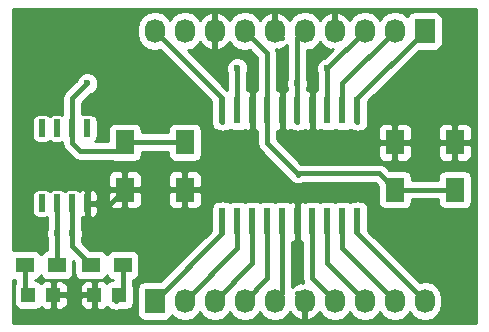
<source format=gbr>
G04 #@! TF.FileFunction,Copper,L1,Top,Signal*
%FSLAX46Y46*%
G04 Gerber Fmt 4.6, Leading zero omitted, Abs format (unit mm)*
G04 Created by KiCad (PCBNEW 4.0.1-stable) date Monday, February 29, 2016 'PMt' 01:12:21 PM*
%MOMM*%
G01*
G04 APERTURE LIST*
%ADD10C,0.150000*%
%ADD11R,1.600000X2.000000*%
%ADD12R,1.727200X2.032000*%
%ADD13O,1.727200X2.032000*%
%ADD14R,1.198880X1.198880*%
%ADD15R,1.500000X1.300000*%
%ADD16R,0.600000X2.200000*%
%ADD17R,0.600000X1.500000*%
%ADD18C,0.600000*%
%ADD19C,0.406400*%
%ADD20C,0.254000*%
G04 APERTURE END LIST*
D10*
D11*
X139700000Y-105950000D03*
X139700000Y-109950000D03*
X144780000Y-105950000D03*
X144780000Y-109950000D03*
X162560000Y-109950000D03*
X162560000Y-105950000D03*
X167640000Y-109950000D03*
X167640000Y-105950000D03*
D12*
X142240000Y-119380000D03*
D13*
X144780000Y-119380000D03*
X147320000Y-119380000D03*
X149860000Y-119380000D03*
X152400000Y-119380000D03*
X154940000Y-119380000D03*
X157480000Y-119380000D03*
X160020000Y-119380000D03*
X162560000Y-119380000D03*
X165100000Y-119380000D03*
D12*
X165100000Y-96520000D03*
D13*
X162560000Y-96520000D03*
X160020000Y-96520000D03*
X157480000Y-96520000D03*
X154940000Y-96520000D03*
X152400000Y-96520000D03*
X149860000Y-96520000D03*
X147320000Y-96520000D03*
X144780000Y-96520000D03*
X142240000Y-96520000D03*
D14*
X131538980Y-118872000D03*
X133637020Y-118872000D03*
X139225020Y-118872000D03*
X137126980Y-118872000D03*
D15*
X131238000Y-116332000D03*
X133938000Y-116332000D03*
X136826000Y-116332000D03*
X139526000Y-116332000D03*
D16*
X147955000Y-103250000D03*
X147955000Y-112650000D03*
X149225000Y-103250000D03*
X149225000Y-112650000D03*
X150495000Y-103250000D03*
X150495000Y-112650000D03*
X151765000Y-103250000D03*
X151765000Y-112650000D03*
X153035000Y-103250000D03*
X153035000Y-112650000D03*
X154305000Y-103250000D03*
X154305000Y-112650000D03*
X155575000Y-103250000D03*
X155575000Y-112650000D03*
X156845000Y-103250000D03*
X156845000Y-112650000D03*
X158115000Y-103250000D03*
X158115000Y-112650000D03*
X159385000Y-103250000D03*
X159385000Y-112650000D03*
D17*
X132715000Y-104775000D03*
X133985000Y-104775000D03*
X135255000Y-104775000D03*
X136525000Y-104775000D03*
X136525000Y-111125000D03*
X135255000Y-111125000D03*
X133985000Y-111125000D03*
X132715000Y-111125000D03*
D18*
X136525000Y-100965000D03*
X154305000Y-100965000D03*
X149225000Y-99695000D03*
X133985000Y-113665000D03*
X156845000Y-99695000D03*
X135255000Y-113665000D03*
D19*
X154305000Y-103250000D02*
X154305000Y-97155000D01*
X154305000Y-97155000D02*
X154940000Y-96520000D01*
X136525000Y-100965000D02*
X135255000Y-102235000D01*
X135255000Y-103505000D02*
X135255000Y-104775000D01*
X135255000Y-102235000D02*
X135255000Y-103505000D01*
X135255000Y-104775000D02*
X135255000Y-106045000D01*
X135255000Y-106045000D02*
X135890000Y-106680000D01*
X135890000Y-106680000D02*
X138970000Y-106680000D01*
X138970000Y-106680000D02*
X139700000Y-105950000D01*
X154305000Y-104200000D02*
X154305000Y-100965000D01*
X154305000Y-97155000D02*
X154940000Y-96520000D01*
X139700000Y-105950000D02*
X144780000Y-105950000D01*
X153035000Y-97155000D02*
X152400000Y-96520000D01*
X136525000Y-111125000D02*
X138525000Y-111125000D01*
X138525000Y-111125000D02*
X139700000Y-109950000D01*
X154305000Y-118745000D02*
X154940000Y-119380000D01*
X151765000Y-103250000D02*
X151765000Y-98425000D01*
X151765000Y-98425000D02*
X149860000Y-96520000D01*
X154305000Y-108585000D02*
X161195000Y-108585000D01*
X161195000Y-108585000D02*
X162560000Y-109950000D01*
X162560000Y-109950000D02*
X167640000Y-109950000D01*
X162465000Y-109855000D02*
X162560000Y-109950000D01*
X151765000Y-104200000D02*
X151765000Y-106045000D01*
X151765000Y-106045000D02*
X154305000Y-108585000D01*
X154305000Y-108585000D02*
X154400000Y-108680000D01*
X149225000Y-112650000D02*
X149225000Y-114935000D01*
X149225000Y-114935000D02*
X144780000Y-119380000D01*
X150495000Y-112650000D02*
X150495000Y-116205000D01*
X150495000Y-116205000D02*
X147320000Y-119380000D01*
X151765000Y-112650000D02*
X151765000Y-117475000D01*
X151765000Y-117475000D02*
X149860000Y-119380000D01*
X153035000Y-112650000D02*
X153035000Y-118745000D01*
X153035000Y-118745000D02*
X152400000Y-119380000D01*
X153035000Y-118745000D02*
X152400000Y-119380000D01*
X155575000Y-112650000D02*
X155575000Y-117475000D01*
X155575000Y-117475000D02*
X157480000Y-119380000D01*
X156845000Y-112650000D02*
X156845000Y-116205000D01*
X156845000Y-116205000D02*
X160020000Y-119380000D01*
X158115000Y-112650000D02*
X158115000Y-114935000D01*
X158115000Y-114935000D02*
X162560000Y-119380000D01*
X159385000Y-112650000D02*
X159385000Y-113665000D01*
X159385000Y-113665000D02*
X165100000Y-119380000D01*
X159385000Y-111700000D02*
X159385000Y-113665000D01*
X159385000Y-103250000D02*
X159385000Y-102235000D01*
X159385000Y-102235000D02*
X165100000Y-96520000D01*
X159385000Y-104200000D02*
X159385000Y-102235000D01*
X159385000Y-104200000D02*
X159385000Y-103505000D01*
X158115000Y-103250000D02*
X158115000Y-100965000D01*
X158115000Y-100965000D02*
X162560000Y-96520000D01*
X156845000Y-103250000D02*
X156845000Y-99695000D01*
X156845000Y-99695000D02*
X160020000Y-96520000D01*
X149225000Y-99695000D02*
X149225000Y-103250000D01*
X133985000Y-113665000D02*
X133985000Y-116285000D01*
X133985000Y-116285000D02*
X133938000Y-116332000D01*
X133985000Y-113665000D02*
X133985000Y-111125000D01*
X156845000Y-99695000D02*
X160020000Y-96520000D01*
X135255000Y-113665000D02*
X135255000Y-114761000D01*
X135255000Y-114761000D02*
X136826000Y-116332000D01*
X135255000Y-113665000D02*
X135255000Y-111125000D01*
X147955000Y-103250000D02*
X147955000Y-102235000D01*
X147955000Y-102235000D02*
X142240000Y-96520000D01*
X147955000Y-104200000D02*
X147955000Y-102235000D01*
X147955000Y-104200000D02*
X147955000Y-104140000D01*
X147955000Y-112650000D02*
X147955000Y-113665000D01*
X147955000Y-113665000D02*
X142240000Y-119380000D01*
X147955000Y-111700000D02*
X147955000Y-113665000D01*
X131238000Y-116332000D02*
X131238000Y-118571020D01*
X131238000Y-118571020D02*
X131538980Y-118872000D01*
X131238000Y-118571020D02*
X131538980Y-118872000D01*
X139526000Y-116332000D02*
X139526000Y-118571020D01*
X139526000Y-118571020D02*
X139225020Y-118872000D01*
X138872000Y-119280980D02*
X138971020Y-119380000D01*
D20*
G36*
X169470000Y-121210000D02*
X130250000Y-121210000D01*
X130250000Y-117581244D01*
X130399800Y-117611579D01*
X130399800Y-117937700D01*
X130343109Y-118020670D01*
X130292100Y-118272560D01*
X130292100Y-119471440D01*
X130336378Y-119706757D01*
X130475450Y-119922881D01*
X130687650Y-120067871D01*
X130939540Y-120118880D01*
X132138420Y-120118880D01*
X132373737Y-120074602D01*
X132589861Y-119935530D01*
X132595456Y-119927341D01*
X132677882Y-120009767D01*
X132911271Y-120106440D01*
X133351270Y-120106440D01*
X133510020Y-119947690D01*
X133510020Y-118999000D01*
X133764020Y-118999000D01*
X133764020Y-119947690D01*
X133922770Y-120106440D01*
X134362769Y-120106440D01*
X134596158Y-120009767D01*
X134774787Y-119831139D01*
X134871460Y-119597750D01*
X134871460Y-119157750D01*
X135892540Y-119157750D01*
X135892540Y-119597750D01*
X135989213Y-119831139D01*
X136167842Y-120009767D01*
X136401231Y-120106440D01*
X136841230Y-120106440D01*
X136999980Y-119947690D01*
X136999980Y-118999000D01*
X136051290Y-118999000D01*
X135892540Y-119157750D01*
X134871460Y-119157750D01*
X134712710Y-118999000D01*
X133764020Y-118999000D01*
X133510020Y-118999000D01*
X133490020Y-118999000D01*
X133490020Y-118745000D01*
X133510020Y-118745000D01*
X133510020Y-117796310D01*
X133764020Y-117796310D01*
X133764020Y-118745000D01*
X134712710Y-118745000D01*
X134871460Y-118586250D01*
X134871460Y-118146250D01*
X135892540Y-118146250D01*
X135892540Y-118586250D01*
X136051290Y-118745000D01*
X136999980Y-118745000D01*
X136999980Y-117796310D01*
X136841230Y-117637560D01*
X136401231Y-117637560D01*
X136167842Y-117734233D01*
X135989213Y-117912861D01*
X135892540Y-118146250D01*
X134871460Y-118146250D01*
X134774787Y-117912861D01*
X134596158Y-117734233D01*
X134362769Y-117637560D01*
X133922770Y-117637560D01*
X133764020Y-117796310D01*
X133510020Y-117796310D01*
X133351270Y-117637560D01*
X132911271Y-117637560D01*
X132677882Y-117734233D01*
X132595669Y-117816445D01*
X132390310Y-117676129D01*
X132138420Y-117625120D01*
X132076200Y-117625120D01*
X132076200Y-117612844D01*
X132223317Y-117585162D01*
X132439441Y-117446090D01*
X132584431Y-117233890D01*
X132587081Y-117220803D01*
X132723910Y-117433441D01*
X132936110Y-117578431D01*
X133188000Y-117629440D01*
X134688000Y-117629440D01*
X134923317Y-117585162D01*
X135139441Y-117446090D01*
X135284431Y-117233890D01*
X135335440Y-116982000D01*
X135335440Y-116026834D01*
X135428560Y-116119954D01*
X135428560Y-116982000D01*
X135472838Y-117217317D01*
X135611910Y-117433441D01*
X135824110Y-117578431D01*
X136076000Y-117629440D01*
X137576000Y-117629440D01*
X137811317Y-117585162D01*
X138027441Y-117446090D01*
X138172431Y-117233890D01*
X138175081Y-117220803D01*
X138311910Y-117433441D01*
X138524110Y-117578431D01*
X138687800Y-117611579D01*
X138687800Y-117625120D01*
X138625580Y-117625120D01*
X138390263Y-117669398D01*
X138174139Y-117808470D01*
X138168544Y-117816659D01*
X138086118Y-117734233D01*
X137852729Y-117637560D01*
X137412730Y-117637560D01*
X137253980Y-117796310D01*
X137253980Y-118745000D01*
X137273980Y-118745000D01*
X137273980Y-118999000D01*
X137253980Y-118999000D01*
X137253980Y-119947690D01*
X137412730Y-120106440D01*
X137852729Y-120106440D01*
X138086118Y-120009767D01*
X138168331Y-119927555D01*
X138373690Y-120067871D01*
X138584718Y-120110605D01*
X138650254Y-120154395D01*
X138971020Y-120218200D01*
X139291785Y-120154395D01*
X139344937Y-120118880D01*
X139824460Y-120118880D01*
X140059777Y-120074602D01*
X140275901Y-119935530D01*
X140420891Y-119723330D01*
X140471900Y-119471440D01*
X140471900Y-118364000D01*
X140728960Y-118364000D01*
X140728960Y-120396000D01*
X140773238Y-120631317D01*
X140912310Y-120847441D01*
X141124510Y-120992431D01*
X141376400Y-121043440D01*
X143103600Y-121043440D01*
X143338917Y-120999162D01*
X143555041Y-120860090D01*
X143700031Y-120647890D01*
X143708400Y-120606561D01*
X143720330Y-120624415D01*
X144206511Y-120949271D01*
X144780000Y-121063345D01*
X145353489Y-120949271D01*
X145839670Y-120624415D01*
X146050000Y-120309634D01*
X146260330Y-120624415D01*
X146746511Y-120949271D01*
X147320000Y-121063345D01*
X147893489Y-120949271D01*
X148379670Y-120624415D01*
X148590000Y-120309634D01*
X148800330Y-120624415D01*
X149286511Y-120949271D01*
X149860000Y-121063345D01*
X150433489Y-120949271D01*
X150919670Y-120624415D01*
X151130000Y-120309634D01*
X151340330Y-120624415D01*
X151826511Y-120949271D01*
X152400000Y-121063345D01*
X152973489Y-120949271D01*
X153459670Y-120624415D01*
X153666461Y-120314931D01*
X154037964Y-120730732D01*
X154565209Y-120984709D01*
X154580974Y-120987358D01*
X154813000Y-120866217D01*
X154813000Y-119507000D01*
X154793000Y-119507000D01*
X154793000Y-119253000D01*
X154813000Y-119253000D01*
X154813000Y-119233000D01*
X155067000Y-119233000D01*
X155067000Y-119253000D01*
X155087000Y-119253000D01*
X155087000Y-119507000D01*
X155067000Y-119507000D01*
X155067000Y-120866217D01*
X155299026Y-120987358D01*
X155314791Y-120984709D01*
X155842036Y-120730732D01*
X156213539Y-120314931D01*
X156420330Y-120624415D01*
X156906511Y-120949271D01*
X157480000Y-121063345D01*
X158053489Y-120949271D01*
X158539670Y-120624415D01*
X158750000Y-120309634D01*
X158960330Y-120624415D01*
X159446511Y-120949271D01*
X160020000Y-121063345D01*
X160593489Y-120949271D01*
X161079670Y-120624415D01*
X161290000Y-120309634D01*
X161500330Y-120624415D01*
X161986511Y-120949271D01*
X162560000Y-121063345D01*
X163133489Y-120949271D01*
X163619670Y-120624415D01*
X163830000Y-120309634D01*
X164040330Y-120624415D01*
X164526511Y-120949271D01*
X165100000Y-121063345D01*
X165673489Y-120949271D01*
X166159670Y-120624415D01*
X166484526Y-120138234D01*
X166598600Y-119564745D01*
X166598600Y-119195255D01*
X166484526Y-118621766D01*
X166159670Y-118135585D01*
X165673489Y-117810729D01*
X165100000Y-117696655D01*
X164684664Y-117779270D01*
X160332440Y-113427046D01*
X160332440Y-111550000D01*
X160288162Y-111314683D01*
X160149090Y-111098559D01*
X159936890Y-110953569D01*
X159685000Y-110902560D01*
X159589915Y-110902560D01*
X159385000Y-110861800D01*
X159180085Y-110902560D01*
X159085000Y-110902560D01*
X158849683Y-110946838D01*
X158750472Y-111010678D01*
X158666890Y-110953569D01*
X158415000Y-110902560D01*
X157815000Y-110902560D01*
X157579683Y-110946838D01*
X157480472Y-111010678D01*
X157396890Y-110953569D01*
X157145000Y-110902560D01*
X156545000Y-110902560D01*
X156309683Y-110946838D01*
X156210472Y-111010678D01*
X156126890Y-110953569D01*
X155875000Y-110902560D01*
X155275000Y-110902560D01*
X155039683Y-110946838D01*
X154949019Y-111005179D01*
X154731309Y-110915000D01*
X154590750Y-110915000D01*
X154432000Y-111073750D01*
X154432000Y-112523000D01*
X154452000Y-112523000D01*
X154452000Y-112777000D01*
X154432000Y-112777000D01*
X154432000Y-114226250D01*
X154590750Y-114385000D01*
X154731309Y-114385000D01*
X154736800Y-114382726D01*
X154736800Y-117475000D01*
X154800604Y-117795766D01*
X154812998Y-117814315D01*
X154812998Y-117893782D01*
X154580974Y-117772642D01*
X154565209Y-117775291D01*
X154037964Y-118029268D01*
X153873200Y-118213679D01*
X153873200Y-114382726D01*
X153878691Y-114385000D01*
X154019250Y-114385000D01*
X154178000Y-114226250D01*
X154178000Y-112777000D01*
X154158000Y-112777000D01*
X154158000Y-112523000D01*
X154178000Y-112523000D01*
X154178000Y-111073750D01*
X154019250Y-110915000D01*
X153878691Y-110915000D01*
X153661879Y-111004807D01*
X153586890Y-110953569D01*
X153335000Y-110902560D01*
X152735000Y-110902560D01*
X152499683Y-110946838D01*
X152400472Y-111010678D01*
X152316890Y-110953569D01*
X152065000Y-110902560D01*
X151465000Y-110902560D01*
X151229683Y-110946838D01*
X151130472Y-111010678D01*
X151046890Y-110953569D01*
X150795000Y-110902560D01*
X150195000Y-110902560D01*
X149959683Y-110946838D01*
X149860472Y-111010678D01*
X149776890Y-110953569D01*
X149525000Y-110902560D01*
X148925000Y-110902560D01*
X148689683Y-110946838D01*
X148590472Y-111010678D01*
X148506890Y-110953569D01*
X148255000Y-110902560D01*
X148159915Y-110902560D01*
X147955000Y-110861800D01*
X147750085Y-110902560D01*
X147655000Y-110902560D01*
X147419683Y-110946838D01*
X147203559Y-111085910D01*
X147058569Y-111298110D01*
X147007560Y-111550000D01*
X147007560Y-113427046D01*
X142718046Y-117716560D01*
X141376400Y-117716560D01*
X141141083Y-117760838D01*
X140924959Y-117899910D01*
X140779969Y-118112110D01*
X140728960Y-118364000D01*
X140471900Y-118364000D01*
X140471900Y-118272560D01*
X140427622Y-118037243D01*
X140364200Y-117938682D01*
X140364200Y-117612844D01*
X140511317Y-117585162D01*
X140727441Y-117446090D01*
X140872431Y-117233890D01*
X140923440Y-116982000D01*
X140923440Y-115682000D01*
X140879162Y-115446683D01*
X140740090Y-115230559D01*
X140527890Y-115085569D01*
X140276000Y-115034560D01*
X138776000Y-115034560D01*
X138540683Y-115078838D01*
X138324559Y-115217910D01*
X138179569Y-115430110D01*
X138176919Y-115443197D01*
X138040090Y-115230559D01*
X137827890Y-115085569D01*
X137576000Y-115034560D01*
X136713954Y-115034560D01*
X136093200Y-114413806D01*
X136093200Y-114084528D01*
X136189838Y-113851799D01*
X136190162Y-113479833D01*
X136093200Y-113245166D01*
X136093200Y-112310172D01*
X136144691Y-112331500D01*
X136239250Y-112331500D01*
X136398000Y-112172750D01*
X136398000Y-111252000D01*
X136652000Y-111252000D01*
X136652000Y-112172750D01*
X136810750Y-112331500D01*
X136905309Y-112331500D01*
X137138698Y-112234827D01*
X137317327Y-112056199D01*
X137414000Y-111822810D01*
X137414000Y-111410750D01*
X137255250Y-111252000D01*
X136652000Y-111252000D01*
X136398000Y-111252000D01*
X136378000Y-111252000D01*
X136378000Y-110998000D01*
X136398000Y-110998000D01*
X136398000Y-110077250D01*
X136652000Y-110077250D01*
X136652000Y-110998000D01*
X137255250Y-110998000D01*
X137414000Y-110839250D01*
X137414000Y-110427190D01*
X137334703Y-110235750D01*
X138265000Y-110235750D01*
X138265000Y-111076309D01*
X138361673Y-111309698D01*
X138540301Y-111488327D01*
X138773690Y-111585000D01*
X139414250Y-111585000D01*
X139573000Y-111426250D01*
X139573000Y-110077000D01*
X139827000Y-110077000D01*
X139827000Y-111426250D01*
X139985750Y-111585000D01*
X140626310Y-111585000D01*
X140859699Y-111488327D01*
X141038327Y-111309698D01*
X141135000Y-111076309D01*
X141135000Y-110235750D01*
X143345000Y-110235750D01*
X143345000Y-111076309D01*
X143441673Y-111309698D01*
X143620301Y-111488327D01*
X143853690Y-111585000D01*
X144494250Y-111585000D01*
X144653000Y-111426250D01*
X144653000Y-110077000D01*
X144907000Y-110077000D01*
X144907000Y-111426250D01*
X145065750Y-111585000D01*
X145706310Y-111585000D01*
X145939699Y-111488327D01*
X146118327Y-111309698D01*
X146215000Y-111076309D01*
X146215000Y-110235750D01*
X146056250Y-110077000D01*
X144907000Y-110077000D01*
X144653000Y-110077000D01*
X143503750Y-110077000D01*
X143345000Y-110235750D01*
X141135000Y-110235750D01*
X140976250Y-110077000D01*
X139827000Y-110077000D01*
X139573000Y-110077000D01*
X138423750Y-110077000D01*
X138265000Y-110235750D01*
X137334703Y-110235750D01*
X137317327Y-110193801D01*
X137138698Y-110015173D01*
X136905309Y-109918500D01*
X136810750Y-109918500D01*
X136652000Y-110077250D01*
X136398000Y-110077250D01*
X136239250Y-109918500D01*
X136144691Y-109918500D01*
X135911302Y-110015173D01*
X135884765Y-110041709D01*
X135760890Y-109957069D01*
X135509000Y-109906060D01*
X135001000Y-109906060D01*
X134765683Y-109950338D01*
X134619093Y-110044666D01*
X134490890Y-109957069D01*
X134239000Y-109906060D01*
X133731000Y-109906060D01*
X133495683Y-109950338D01*
X133349093Y-110044666D01*
X133220890Y-109957069D01*
X132969000Y-109906060D01*
X132461000Y-109906060D01*
X132225683Y-109950338D01*
X132009559Y-110089410D01*
X131864569Y-110301610D01*
X131813560Y-110553500D01*
X131813560Y-111696500D01*
X131857838Y-111931817D01*
X131996910Y-112147941D01*
X132209110Y-112292931D01*
X132461000Y-112343940D01*
X132969000Y-112343940D01*
X133146800Y-112310485D01*
X133146800Y-113245472D01*
X133050162Y-113478201D01*
X133049838Y-113850167D01*
X133146800Y-114084834D01*
X133146800Y-115042312D01*
X132952683Y-115078838D01*
X132736559Y-115217910D01*
X132591569Y-115430110D01*
X132588919Y-115443197D01*
X132452090Y-115230559D01*
X132239890Y-115085569D01*
X131988000Y-115034560D01*
X130488000Y-115034560D01*
X130252683Y-115078838D01*
X130250000Y-115080564D01*
X130250000Y-108823691D01*
X138265000Y-108823691D01*
X138265000Y-109664250D01*
X138423750Y-109823000D01*
X139573000Y-109823000D01*
X139573000Y-108473750D01*
X139827000Y-108473750D01*
X139827000Y-109823000D01*
X140976250Y-109823000D01*
X141135000Y-109664250D01*
X141135000Y-108823691D01*
X143345000Y-108823691D01*
X143345000Y-109664250D01*
X143503750Y-109823000D01*
X144653000Y-109823000D01*
X144653000Y-108473750D01*
X144907000Y-108473750D01*
X144907000Y-109823000D01*
X146056250Y-109823000D01*
X146215000Y-109664250D01*
X146215000Y-108823691D01*
X146118327Y-108590302D01*
X145939699Y-108411673D01*
X145706310Y-108315000D01*
X145065750Y-108315000D01*
X144907000Y-108473750D01*
X144653000Y-108473750D01*
X144494250Y-108315000D01*
X143853690Y-108315000D01*
X143620301Y-108411673D01*
X143441673Y-108590302D01*
X143345000Y-108823691D01*
X141135000Y-108823691D01*
X141038327Y-108590302D01*
X140859699Y-108411673D01*
X140626310Y-108315000D01*
X139985750Y-108315000D01*
X139827000Y-108473750D01*
X139573000Y-108473750D01*
X139414250Y-108315000D01*
X138773690Y-108315000D01*
X138540301Y-108411673D01*
X138361673Y-108590302D01*
X138265000Y-108823691D01*
X130250000Y-108823691D01*
X130250000Y-104203500D01*
X131813560Y-104203500D01*
X131813560Y-105346500D01*
X131857838Y-105581817D01*
X131996910Y-105797941D01*
X132209110Y-105942931D01*
X132461000Y-105993940D01*
X132969000Y-105993940D01*
X133204317Y-105949662D01*
X133350907Y-105855334D01*
X133479110Y-105942931D01*
X133731000Y-105993940D01*
X134239000Y-105993940D01*
X134416800Y-105960485D01*
X134416800Y-106045000D01*
X134480604Y-106365766D01*
X134662303Y-106637697D01*
X135297303Y-107272697D01*
X135569235Y-107454396D01*
X135890000Y-107518200D01*
X138606793Y-107518200D01*
X138648110Y-107546431D01*
X138900000Y-107597440D01*
X140500000Y-107597440D01*
X140735317Y-107553162D01*
X140951441Y-107414090D01*
X141096431Y-107201890D01*
X141147440Y-106950000D01*
X141147440Y-106788200D01*
X143332560Y-106788200D01*
X143332560Y-106950000D01*
X143376838Y-107185317D01*
X143515910Y-107401441D01*
X143728110Y-107546431D01*
X143980000Y-107597440D01*
X145580000Y-107597440D01*
X145815317Y-107553162D01*
X146031441Y-107414090D01*
X146176431Y-107201890D01*
X146227440Y-106950000D01*
X146227440Y-104950000D01*
X146183162Y-104714683D01*
X146044090Y-104498559D01*
X145831890Y-104353569D01*
X145580000Y-104302560D01*
X143980000Y-104302560D01*
X143744683Y-104346838D01*
X143528559Y-104485910D01*
X143383569Y-104698110D01*
X143332560Y-104950000D01*
X143332560Y-105111800D01*
X141147440Y-105111800D01*
X141147440Y-104950000D01*
X141103162Y-104714683D01*
X140964090Y-104498559D01*
X140751890Y-104353569D01*
X140500000Y-104302560D01*
X138900000Y-104302560D01*
X138664683Y-104346838D01*
X138448559Y-104485910D01*
X138303569Y-104698110D01*
X138252560Y-104950000D01*
X138252560Y-105841800D01*
X137181939Y-105841800D01*
X137230441Y-105810590D01*
X137375431Y-105598390D01*
X137426440Y-105346500D01*
X137426440Y-104203500D01*
X137382162Y-103968183D01*
X137243090Y-103752059D01*
X137030890Y-103607069D01*
X136779000Y-103556060D01*
X136271000Y-103556060D01*
X136093200Y-103589515D01*
X136093200Y-102582194D01*
X136821046Y-101854348D01*
X137053943Y-101758117D01*
X137317192Y-101495327D01*
X137459838Y-101151799D01*
X137460162Y-100779833D01*
X137318117Y-100436057D01*
X137055327Y-100172808D01*
X136711799Y-100030162D01*
X136339833Y-100029838D01*
X135996057Y-100171883D01*
X135732808Y-100434673D01*
X135635436Y-100669170D01*
X134662303Y-101642303D01*
X134480604Y-101914234D01*
X134416800Y-102235000D01*
X134416800Y-103592065D01*
X134239000Y-103556060D01*
X133731000Y-103556060D01*
X133495683Y-103600338D01*
X133349093Y-103694666D01*
X133220890Y-103607069D01*
X132969000Y-103556060D01*
X132461000Y-103556060D01*
X132225683Y-103600338D01*
X132009559Y-103739410D01*
X131864569Y-103951610D01*
X131813560Y-104203500D01*
X130250000Y-104203500D01*
X130250000Y-96335255D01*
X140741400Y-96335255D01*
X140741400Y-96704745D01*
X140855474Y-97278234D01*
X141180330Y-97764415D01*
X141666511Y-98089271D01*
X142240000Y-98203345D01*
X142655336Y-98120730D01*
X147007560Y-102472954D01*
X147007560Y-104350000D01*
X147051838Y-104585317D01*
X147190910Y-104801441D01*
X147403110Y-104946431D01*
X147655000Y-104997440D01*
X147750085Y-104997440D01*
X147955000Y-105038200D01*
X148159915Y-104997440D01*
X148255000Y-104997440D01*
X148490317Y-104953162D01*
X148589528Y-104889322D01*
X148673110Y-104946431D01*
X148925000Y-104997440D01*
X149525000Y-104997440D01*
X149760317Y-104953162D01*
X149850981Y-104894821D01*
X150068691Y-104985000D01*
X150209250Y-104985000D01*
X150368000Y-104826250D01*
X150368000Y-103377000D01*
X150348000Y-103377000D01*
X150348000Y-103123000D01*
X150368000Y-103123000D01*
X150368000Y-101673750D01*
X150209250Y-101515000D01*
X150068691Y-101515000D01*
X150063200Y-101517274D01*
X150063200Y-100114528D01*
X150159838Y-99881799D01*
X150160162Y-99509833D01*
X150018117Y-99166057D01*
X149755327Y-98902808D01*
X149411799Y-98760162D01*
X149039833Y-98759838D01*
X148696057Y-98901883D01*
X148432808Y-99164673D01*
X148290162Y-99508201D01*
X148289838Y-99880167D01*
X148386800Y-100114834D01*
X148386800Y-101481406D01*
X145054198Y-98148804D01*
X145353489Y-98089271D01*
X145839670Y-97764415D01*
X146046461Y-97454931D01*
X146417964Y-97870732D01*
X146945209Y-98124709D01*
X146960974Y-98127358D01*
X147193000Y-98006217D01*
X147193000Y-96647000D01*
X147173000Y-96647000D01*
X147173000Y-96393000D01*
X147193000Y-96393000D01*
X147193000Y-95033783D01*
X147447000Y-95033783D01*
X147447000Y-96393000D01*
X147467000Y-96393000D01*
X147467000Y-96647000D01*
X147447000Y-96647000D01*
X147447000Y-98006217D01*
X147679026Y-98127358D01*
X147694791Y-98124709D01*
X148222036Y-97870732D01*
X148593539Y-97454931D01*
X148800330Y-97764415D01*
X149286511Y-98089271D01*
X149860000Y-98203345D01*
X150275336Y-98120730D01*
X150926800Y-98772194D01*
X150926800Y-101517274D01*
X150921309Y-101515000D01*
X150780750Y-101515000D01*
X150622000Y-101673750D01*
X150622000Y-103123000D01*
X150642000Y-103123000D01*
X150642000Y-103377000D01*
X150622000Y-103377000D01*
X150622000Y-104826250D01*
X150780750Y-104985000D01*
X150921309Y-104985000D01*
X150926800Y-104982726D01*
X150926800Y-106045000D01*
X150990604Y-106365766D01*
X151172303Y-106637697D01*
X153807303Y-109272697D01*
X154079234Y-109454396D01*
X154400000Y-109518200D01*
X154720765Y-109454396D01*
X154767453Y-109423200D01*
X160847806Y-109423200D01*
X161112560Y-109687954D01*
X161112560Y-110950000D01*
X161156838Y-111185317D01*
X161295910Y-111401441D01*
X161508110Y-111546431D01*
X161760000Y-111597440D01*
X163360000Y-111597440D01*
X163595317Y-111553162D01*
X163811441Y-111414090D01*
X163956431Y-111201890D01*
X164007440Y-110950000D01*
X164007440Y-110788200D01*
X166192560Y-110788200D01*
X166192560Y-110950000D01*
X166236838Y-111185317D01*
X166375910Y-111401441D01*
X166588110Y-111546431D01*
X166840000Y-111597440D01*
X168440000Y-111597440D01*
X168675317Y-111553162D01*
X168891441Y-111414090D01*
X169036431Y-111201890D01*
X169087440Y-110950000D01*
X169087440Y-108950000D01*
X169043162Y-108714683D01*
X168904090Y-108498559D01*
X168691890Y-108353569D01*
X168440000Y-108302560D01*
X166840000Y-108302560D01*
X166604683Y-108346838D01*
X166388559Y-108485910D01*
X166243569Y-108698110D01*
X166192560Y-108950000D01*
X166192560Y-109111800D01*
X164007440Y-109111800D01*
X164007440Y-108950000D01*
X163963162Y-108714683D01*
X163824090Y-108498559D01*
X163611890Y-108353569D01*
X163360000Y-108302560D01*
X162097954Y-108302560D01*
X161787697Y-107992303D01*
X161515766Y-107810604D01*
X161195000Y-107746800D01*
X154652194Y-107746800D01*
X153141144Y-106235750D01*
X161125000Y-106235750D01*
X161125000Y-107076309D01*
X161221673Y-107309698D01*
X161400301Y-107488327D01*
X161633690Y-107585000D01*
X162274250Y-107585000D01*
X162433000Y-107426250D01*
X162433000Y-106077000D01*
X162687000Y-106077000D01*
X162687000Y-107426250D01*
X162845750Y-107585000D01*
X163486310Y-107585000D01*
X163719699Y-107488327D01*
X163898327Y-107309698D01*
X163995000Y-107076309D01*
X163995000Y-106235750D01*
X166205000Y-106235750D01*
X166205000Y-107076309D01*
X166301673Y-107309698D01*
X166480301Y-107488327D01*
X166713690Y-107585000D01*
X167354250Y-107585000D01*
X167513000Y-107426250D01*
X167513000Y-106077000D01*
X167767000Y-106077000D01*
X167767000Y-107426250D01*
X167925750Y-107585000D01*
X168566310Y-107585000D01*
X168799699Y-107488327D01*
X168978327Y-107309698D01*
X169075000Y-107076309D01*
X169075000Y-106235750D01*
X168916250Y-106077000D01*
X167767000Y-106077000D01*
X167513000Y-106077000D01*
X166363750Y-106077000D01*
X166205000Y-106235750D01*
X163995000Y-106235750D01*
X163836250Y-106077000D01*
X162687000Y-106077000D01*
X162433000Y-106077000D01*
X161283750Y-106077000D01*
X161125000Y-106235750D01*
X153141144Y-106235750D01*
X152603200Y-105697806D01*
X152603200Y-104982726D01*
X152608691Y-104985000D01*
X152749250Y-104985000D01*
X152908000Y-104826250D01*
X152908000Y-103377000D01*
X152888000Y-103377000D01*
X152888000Y-103123000D01*
X152908000Y-103123000D01*
X152908000Y-101673750D01*
X152749250Y-101515000D01*
X152608691Y-101515000D01*
X152603200Y-101517274D01*
X152603200Y-98425000D01*
X152539396Y-98104235D01*
X152527002Y-98085686D01*
X152527002Y-98006218D01*
X152759026Y-98127358D01*
X152774791Y-98124709D01*
X153302036Y-97870732D01*
X153466800Y-97686321D01*
X153466800Y-100545472D01*
X153370162Y-100778201D01*
X153369838Y-101150167D01*
X153466800Y-101384834D01*
X153466800Y-101517274D01*
X153461309Y-101515000D01*
X153320750Y-101515000D01*
X153162000Y-101673750D01*
X153162000Y-103123000D01*
X153182000Y-103123000D01*
X153182000Y-103377000D01*
X153162000Y-103377000D01*
X153162000Y-104826250D01*
X153320750Y-104985000D01*
X153461309Y-104985000D01*
X153678121Y-104895193D01*
X153753110Y-104946431D01*
X154005000Y-104997440D01*
X154100085Y-104997440D01*
X154305000Y-105038200D01*
X154509915Y-104997440D01*
X154605000Y-104997440D01*
X154840317Y-104953162D01*
X154930981Y-104894821D01*
X155148691Y-104985000D01*
X155289250Y-104985000D01*
X155448000Y-104826250D01*
X155448000Y-103377000D01*
X155428000Y-103377000D01*
X155428000Y-103123000D01*
X155448000Y-103123000D01*
X155448000Y-101673750D01*
X155289250Y-101515000D01*
X155148691Y-101515000D01*
X155143200Y-101517274D01*
X155143200Y-101384528D01*
X155239838Y-101151799D01*
X155240162Y-100779833D01*
X155143200Y-100545166D01*
X155143200Y-98162926D01*
X155513489Y-98089271D01*
X155999670Y-97764415D01*
X156206461Y-97454931D01*
X156577964Y-97870732D01*
X157105209Y-98124709D01*
X157120974Y-98127358D01*
X157343352Y-98011254D01*
X156548954Y-98805652D01*
X156316057Y-98901883D01*
X156052808Y-99164673D01*
X155910162Y-99508201D01*
X155909838Y-99880167D01*
X156006800Y-100114834D01*
X156006800Y-101517274D01*
X156001309Y-101515000D01*
X155860750Y-101515000D01*
X155702000Y-101673750D01*
X155702000Y-103123000D01*
X155722000Y-103123000D01*
X155722000Y-103377000D01*
X155702000Y-103377000D01*
X155702000Y-104826250D01*
X155860750Y-104985000D01*
X156001309Y-104985000D01*
X156218121Y-104895193D01*
X156293110Y-104946431D01*
X156545000Y-104997440D01*
X157145000Y-104997440D01*
X157380317Y-104953162D01*
X157479528Y-104889322D01*
X157563110Y-104946431D01*
X157815000Y-104997440D01*
X158415000Y-104997440D01*
X158650317Y-104953162D01*
X158749528Y-104889322D01*
X158833110Y-104946431D01*
X159085000Y-104997440D01*
X159180085Y-104997440D01*
X159385000Y-105038200D01*
X159589915Y-104997440D01*
X159685000Y-104997440D01*
X159920317Y-104953162D01*
X160121520Y-104823691D01*
X161125000Y-104823691D01*
X161125000Y-105664250D01*
X161283750Y-105823000D01*
X162433000Y-105823000D01*
X162433000Y-104473750D01*
X162687000Y-104473750D01*
X162687000Y-105823000D01*
X163836250Y-105823000D01*
X163995000Y-105664250D01*
X163995000Y-104823691D01*
X166205000Y-104823691D01*
X166205000Y-105664250D01*
X166363750Y-105823000D01*
X167513000Y-105823000D01*
X167513000Y-104473750D01*
X167767000Y-104473750D01*
X167767000Y-105823000D01*
X168916250Y-105823000D01*
X169075000Y-105664250D01*
X169075000Y-104823691D01*
X168978327Y-104590302D01*
X168799699Y-104411673D01*
X168566310Y-104315000D01*
X167925750Y-104315000D01*
X167767000Y-104473750D01*
X167513000Y-104473750D01*
X167354250Y-104315000D01*
X166713690Y-104315000D01*
X166480301Y-104411673D01*
X166301673Y-104590302D01*
X166205000Y-104823691D01*
X163995000Y-104823691D01*
X163898327Y-104590302D01*
X163719699Y-104411673D01*
X163486310Y-104315000D01*
X162845750Y-104315000D01*
X162687000Y-104473750D01*
X162433000Y-104473750D01*
X162274250Y-104315000D01*
X161633690Y-104315000D01*
X161400301Y-104411673D01*
X161221673Y-104590302D01*
X161125000Y-104823691D01*
X160121520Y-104823691D01*
X160136441Y-104814090D01*
X160281431Y-104601890D01*
X160332440Y-104350000D01*
X160332440Y-102472954D01*
X164621954Y-98183440D01*
X165963600Y-98183440D01*
X166198917Y-98139162D01*
X166415041Y-98000090D01*
X166560031Y-97787890D01*
X166611040Y-97536000D01*
X166611040Y-95504000D01*
X166566762Y-95268683D01*
X166427690Y-95052559D01*
X166215490Y-94907569D01*
X165963600Y-94856560D01*
X164236400Y-94856560D01*
X164001083Y-94900838D01*
X163784959Y-95039910D01*
X163639969Y-95252110D01*
X163631600Y-95293439D01*
X163619670Y-95275585D01*
X163133489Y-94950729D01*
X162560000Y-94836655D01*
X161986511Y-94950729D01*
X161500330Y-95275585D01*
X161290000Y-95590366D01*
X161079670Y-95275585D01*
X160593489Y-94950729D01*
X160020000Y-94836655D01*
X159446511Y-94950729D01*
X158960330Y-95275585D01*
X158753539Y-95585069D01*
X158382036Y-95169268D01*
X157854791Y-94915291D01*
X157839026Y-94912642D01*
X157607000Y-95033783D01*
X157607000Y-96393000D01*
X157627000Y-96393000D01*
X157627000Y-96647000D01*
X157607000Y-96647000D01*
X157607000Y-96667000D01*
X157353000Y-96667000D01*
X157353000Y-96647000D01*
X157333000Y-96647000D01*
X157333000Y-96393000D01*
X157353000Y-96393000D01*
X157353000Y-95033783D01*
X157120974Y-94912642D01*
X157105209Y-94915291D01*
X156577964Y-95169268D01*
X156206461Y-95585069D01*
X155999670Y-95275585D01*
X155513489Y-94950729D01*
X154940000Y-94836655D01*
X154366511Y-94950729D01*
X153880330Y-95275585D01*
X153673539Y-95585069D01*
X153302036Y-95169268D01*
X152774791Y-94915291D01*
X152759026Y-94912642D01*
X152527000Y-95033783D01*
X152527000Y-96393000D01*
X152547000Y-96393000D01*
X152547000Y-96647000D01*
X152527000Y-96647000D01*
X152527000Y-96667000D01*
X152273000Y-96667000D01*
X152273000Y-96647000D01*
X152253000Y-96647000D01*
X152253000Y-96393000D01*
X152273000Y-96393000D01*
X152273000Y-95033783D01*
X152040974Y-94912642D01*
X152025209Y-94915291D01*
X151497964Y-95169268D01*
X151126461Y-95585069D01*
X150919670Y-95275585D01*
X150433489Y-94950729D01*
X149860000Y-94836655D01*
X149286511Y-94950729D01*
X148800330Y-95275585D01*
X148593539Y-95585069D01*
X148222036Y-95169268D01*
X147694791Y-94915291D01*
X147679026Y-94912642D01*
X147447000Y-95033783D01*
X147193000Y-95033783D01*
X146960974Y-94912642D01*
X146945209Y-94915291D01*
X146417964Y-95169268D01*
X146046461Y-95585069D01*
X145839670Y-95275585D01*
X145353489Y-94950729D01*
X144780000Y-94836655D01*
X144206511Y-94950729D01*
X143720330Y-95275585D01*
X143510000Y-95590366D01*
X143299670Y-95275585D01*
X142813489Y-94950729D01*
X142240000Y-94836655D01*
X141666511Y-94950729D01*
X141180330Y-95275585D01*
X140855474Y-95761766D01*
X140741400Y-96335255D01*
X130250000Y-96335255D01*
X130250000Y-94690000D01*
X169470000Y-94690000D01*
X169470000Y-121210000D01*
X169470000Y-121210000D01*
G37*
X169470000Y-121210000D02*
X130250000Y-121210000D01*
X130250000Y-117581244D01*
X130399800Y-117611579D01*
X130399800Y-117937700D01*
X130343109Y-118020670D01*
X130292100Y-118272560D01*
X130292100Y-119471440D01*
X130336378Y-119706757D01*
X130475450Y-119922881D01*
X130687650Y-120067871D01*
X130939540Y-120118880D01*
X132138420Y-120118880D01*
X132373737Y-120074602D01*
X132589861Y-119935530D01*
X132595456Y-119927341D01*
X132677882Y-120009767D01*
X132911271Y-120106440D01*
X133351270Y-120106440D01*
X133510020Y-119947690D01*
X133510020Y-118999000D01*
X133764020Y-118999000D01*
X133764020Y-119947690D01*
X133922770Y-120106440D01*
X134362769Y-120106440D01*
X134596158Y-120009767D01*
X134774787Y-119831139D01*
X134871460Y-119597750D01*
X134871460Y-119157750D01*
X135892540Y-119157750D01*
X135892540Y-119597750D01*
X135989213Y-119831139D01*
X136167842Y-120009767D01*
X136401231Y-120106440D01*
X136841230Y-120106440D01*
X136999980Y-119947690D01*
X136999980Y-118999000D01*
X136051290Y-118999000D01*
X135892540Y-119157750D01*
X134871460Y-119157750D01*
X134712710Y-118999000D01*
X133764020Y-118999000D01*
X133510020Y-118999000D01*
X133490020Y-118999000D01*
X133490020Y-118745000D01*
X133510020Y-118745000D01*
X133510020Y-117796310D01*
X133764020Y-117796310D01*
X133764020Y-118745000D01*
X134712710Y-118745000D01*
X134871460Y-118586250D01*
X134871460Y-118146250D01*
X135892540Y-118146250D01*
X135892540Y-118586250D01*
X136051290Y-118745000D01*
X136999980Y-118745000D01*
X136999980Y-117796310D01*
X136841230Y-117637560D01*
X136401231Y-117637560D01*
X136167842Y-117734233D01*
X135989213Y-117912861D01*
X135892540Y-118146250D01*
X134871460Y-118146250D01*
X134774787Y-117912861D01*
X134596158Y-117734233D01*
X134362769Y-117637560D01*
X133922770Y-117637560D01*
X133764020Y-117796310D01*
X133510020Y-117796310D01*
X133351270Y-117637560D01*
X132911271Y-117637560D01*
X132677882Y-117734233D01*
X132595669Y-117816445D01*
X132390310Y-117676129D01*
X132138420Y-117625120D01*
X132076200Y-117625120D01*
X132076200Y-117612844D01*
X132223317Y-117585162D01*
X132439441Y-117446090D01*
X132584431Y-117233890D01*
X132587081Y-117220803D01*
X132723910Y-117433441D01*
X132936110Y-117578431D01*
X133188000Y-117629440D01*
X134688000Y-117629440D01*
X134923317Y-117585162D01*
X135139441Y-117446090D01*
X135284431Y-117233890D01*
X135335440Y-116982000D01*
X135335440Y-116026834D01*
X135428560Y-116119954D01*
X135428560Y-116982000D01*
X135472838Y-117217317D01*
X135611910Y-117433441D01*
X135824110Y-117578431D01*
X136076000Y-117629440D01*
X137576000Y-117629440D01*
X137811317Y-117585162D01*
X138027441Y-117446090D01*
X138172431Y-117233890D01*
X138175081Y-117220803D01*
X138311910Y-117433441D01*
X138524110Y-117578431D01*
X138687800Y-117611579D01*
X138687800Y-117625120D01*
X138625580Y-117625120D01*
X138390263Y-117669398D01*
X138174139Y-117808470D01*
X138168544Y-117816659D01*
X138086118Y-117734233D01*
X137852729Y-117637560D01*
X137412730Y-117637560D01*
X137253980Y-117796310D01*
X137253980Y-118745000D01*
X137273980Y-118745000D01*
X137273980Y-118999000D01*
X137253980Y-118999000D01*
X137253980Y-119947690D01*
X137412730Y-120106440D01*
X137852729Y-120106440D01*
X138086118Y-120009767D01*
X138168331Y-119927555D01*
X138373690Y-120067871D01*
X138584718Y-120110605D01*
X138650254Y-120154395D01*
X138971020Y-120218200D01*
X139291785Y-120154395D01*
X139344937Y-120118880D01*
X139824460Y-120118880D01*
X140059777Y-120074602D01*
X140275901Y-119935530D01*
X140420891Y-119723330D01*
X140471900Y-119471440D01*
X140471900Y-118364000D01*
X140728960Y-118364000D01*
X140728960Y-120396000D01*
X140773238Y-120631317D01*
X140912310Y-120847441D01*
X141124510Y-120992431D01*
X141376400Y-121043440D01*
X143103600Y-121043440D01*
X143338917Y-120999162D01*
X143555041Y-120860090D01*
X143700031Y-120647890D01*
X143708400Y-120606561D01*
X143720330Y-120624415D01*
X144206511Y-120949271D01*
X144780000Y-121063345D01*
X145353489Y-120949271D01*
X145839670Y-120624415D01*
X146050000Y-120309634D01*
X146260330Y-120624415D01*
X146746511Y-120949271D01*
X147320000Y-121063345D01*
X147893489Y-120949271D01*
X148379670Y-120624415D01*
X148590000Y-120309634D01*
X148800330Y-120624415D01*
X149286511Y-120949271D01*
X149860000Y-121063345D01*
X150433489Y-120949271D01*
X150919670Y-120624415D01*
X151130000Y-120309634D01*
X151340330Y-120624415D01*
X151826511Y-120949271D01*
X152400000Y-121063345D01*
X152973489Y-120949271D01*
X153459670Y-120624415D01*
X153666461Y-120314931D01*
X154037964Y-120730732D01*
X154565209Y-120984709D01*
X154580974Y-120987358D01*
X154813000Y-120866217D01*
X154813000Y-119507000D01*
X154793000Y-119507000D01*
X154793000Y-119253000D01*
X154813000Y-119253000D01*
X154813000Y-119233000D01*
X155067000Y-119233000D01*
X155067000Y-119253000D01*
X155087000Y-119253000D01*
X155087000Y-119507000D01*
X155067000Y-119507000D01*
X155067000Y-120866217D01*
X155299026Y-120987358D01*
X155314791Y-120984709D01*
X155842036Y-120730732D01*
X156213539Y-120314931D01*
X156420330Y-120624415D01*
X156906511Y-120949271D01*
X157480000Y-121063345D01*
X158053489Y-120949271D01*
X158539670Y-120624415D01*
X158750000Y-120309634D01*
X158960330Y-120624415D01*
X159446511Y-120949271D01*
X160020000Y-121063345D01*
X160593489Y-120949271D01*
X161079670Y-120624415D01*
X161290000Y-120309634D01*
X161500330Y-120624415D01*
X161986511Y-120949271D01*
X162560000Y-121063345D01*
X163133489Y-120949271D01*
X163619670Y-120624415D01*
X163830000Y-120309634D01*
X164040330Y-120624415D01*
X164526511Y-120949271D01*
X165100000Y-121063345D01*
X165673489Y-120949271D01*
X166159670Y-120624415D01*
X166484526Y-120138234D01*
X166598600Y-119564745D01*
X166598600Y-119195255D01*
X166484526Y-118621766D01*
X166159670Y-118135585D01*
X165673489Y-117810729D01*
X165100000Y-117696655D01*
X164684664Y-117779270D01*
X160332440Y-113427046D01*
X160332440Y-111550000D01*
X160288162Y-111314683D01*
X160149090Y-111098559D01*
X159936890Y-110953569D01*
X159685000Y-110902560D01*
X159589915Y-110902560D01*
X159385000Y-110861800D01*
X159180085Y-110902560D01*
X159085000Y-110902560D01*
X158849683Y-110946838D01*
X158750472Y-111010678D01*
X158666890Y-110953569D01*
X158415000Y-110902560D01*
X157815000Y-110902560D01*
X157579683Y-110946838D01*
X157480472Y-111010678D01*
X157396890Y-110953569D01*
X157145000Y-110902560D01*
X156545000Y-110902560D01*
X156309683Y-110946838D01*
X156210472Y-111010678D01*
X156126890Y-110953569D01*
X155875000Y-110902560D01*
X155275000Y-110902560D01*
X155039683Y-110946838D01*
X154949019Y-111005179D01*
X154731309Y-110915000D01*
X154590750Y-110915000D01*
X154432000Y-111073750D01*
X154432000Y-112523000D01*
X154452000Y-112523000D01*
X154452000Y-112777000D01*
X154432000Y-112777000D01*
X154432000Y-114226250D01*
X154590750Y-114385000D01*
X154731309Y-114385000D01*
X154736800Y-114382726D01*
X154736800Y-117475000D01*
X154800604Y-117795766D01*
X154812998Y-117814315D01*
X154812998Y-117893782D01*
X154580974Y-117772642D01*
X154565209Y-117775291D01*
X154037964Y-118029268D01*
X153873200Y-118213679D01*
X153873200Y-114382726D01*
X153878691Y-114385000D01*
X154019250Y-114385000D01*
X154178000Y-114226250D01*
X154178000Y-112777000D01*
X154158000Y-112777000D01*
X154158000Y-112523000D01*
X154178000Y-112523000D01*
X154178000Y-111073750D01*
X154019250Y-110915000D01*
X153878691Y-110915000D01*
X153661879Y-111004807D01*
X153586890Y-110953569D01*
X153335000Y-110902560D01*
X152735000Y-110902560D01*
X152499683Y-110946838D01*
X152400472Y-111010678D01*
X152316890Y-110953569D01*
X152065000Y-110902560D01*
X151465000Y-110902560D01*
X151229683Y-110946838D01*
X151130472Y-111010678D01*
X151046890Y-110953569D01*
X150795000Y-110902560D01*
X150195000Y-110902560D01*
X149959683Y-110946838D01*
X149860472Y-111010678D01*
X149776890Y-110953569D01*
X149525000Y-110902560D01*
X148925000Y-110902560D01*
X148689683Y-110946838D01*
X148590472Y-111010678D01*
X148506890Y-110953569D01*
X148255000Y-110902560D01*
X148159915Y-110902560D01*
X147955000Y-110861800D01*
X147750085Y-110902560D01*
X147655000Y-110902560D01*
X147419683Y-110946838D01*
X147203559Y-111085910D01*
X147058569Y-111298110D01*
X147007560Y-111550000D01*
X147007560Y-113427046D01*
X142718046Y-117716560D01*
X141376400Y-117716560D01*
X141141083Y-117760838D01*
X140924959Y-117899910D01*
X140779969Y-118112110D01*
X140728960Y-118364000D01*
X140471900Y-118364000D01*
X140471900Y-118272560D01*
X140427622Y-118037243D01*
X140364200Y-117938682D01*
X140364200Y-117612844D01*
X140511317Y-117585162D01*
X140727441Y-117446090D01*
X140872431Y-117233890D01*
X140923440Y-116982000D01*
X140923440Y-115682000D01*
X140879162Y-115446683D01*
X140740090Y-115230559D01*
X140527890Y-115085569D01*
X140276000Y-115034560D01*
X138776000Y-115034560D01*
X138540683Y-115078838D01*
X138324559Y-115217910D01*
X138179569Y-115430110D01*
X138176919Y-115443197D01*
X138040090Y-115230559D01*
X137827890Y-115085569D01*
X137576000Y-115034560D01*
X136713954Y-115034560D01*
X136093200Y-114413806D01*
X136093200Y-114084528D01*
X136189838Y-113851799D01*
X136190162Y-113479833D01*
X136093200Y-113245166D01*
X136093200Y-112310172D01*
X136144691Y-112331500D01*
X136239250Y-112331500D01*
X136398000Y-112172750D01*
X136398000Y-111252000D01*
X136652000Y-111252000D01*
X136652000Y-112172750D01*
X136810750Y-112331500D01*
X136905309Y-112331500D01*
X137138698Y-112234827D01*
X137317327Y-112056199D01*
X137414000Y-111822810D01*
X137414000Y-111410750D01*
X137255250Y-111252000D01*
X136652000Y-111252000D01*
X136398000Y-111252000D01*
X136378000Y-111252000D01*
X136378000Y-110998000D01*
X136398000Y-110998000D01*
X136398000Y-110077250D01*
X136652000Y-110077250D01*
X136652000Y-110998000D01*
X137255250Y-110998000D01*
X137414000Y-110839250D01*
X137414000Y-110427190D01*
X137334703Y-110235750D01*
X138265000Y-110235750D01*
X138265000Y-111076309D01*
X138361673Y-111309698D01*
X138540301Y-111488327D01*
X138773690Y-111585000D01*
X139414250Y-111585000D01*
X139573000Y-111426250D01*
X139573000Y-110077000D01*
X139827000Y-110077000D01*
X139827000Y-111426250D01*
X139985750Y-111585000D01*
X140626310Y-111585000D01*
X140859699Y-111488327D01*
X141038327Y-111309698D01*
X141135000Y-111076309D01*
X141135000Y-110235750D01*
X143345000Y-110235750D01*
X143345000Y-111076309D01*
X143441673Y-111309698D01*
X143620301Y-111488327D01*
X143853690Y-111585000D01*
X144494250Y-111585000D01*
X144653000Y-111426250D01*
X144653000Y-110077000D01*
X144907000Y-110077000D01*
X144907000Y-111426250D01*
X145065750Y-111585000D01*
X145706310Y-111585000D01*
X145939699Y-111488327D01*
X146118327Y-111309698D01*
X146215000Y-111076309D01*
X146215000Y-110235750D01*
X146056250Y-110077000D01*
X144907000Y-110077000D01*
X144653000Y-110077000D01*
X143503750Y-110077000D01*
X143345000Y-110235750D01*
X141135000Y-110235750D01*
X140976250Y-110077000D01*
X139827000Y-110077000D01*
X139573000Y-110077000D01*
X138423750Y-110077000D01*
X138265000Y-110235750D01*
X137334703Y-110235750D01*
X137317327Y-110193801D01*
X137138698Y-110015173D01*
X136905309Y-109918500D01*
X136810750Y-109918500D01*
X136652000Y-110077250D01*
X136398000Y-110077250D01*
X136239250Y-109918500D01*
X136144691Y-109918500D01*
X135911302Y-110015173D01*
X135884765Y-110041709D01*
X135760890Y-109957069D01*
X135509000Y-109906060D01*
X135001000Y-109906060D01*
X134765683Y-109950338D01*
X134619093Y-110044666D01*
X134490890Y-109957069D01*
X134239000Y-109906060D01*
X133731000Y-109906060D01*
X133495683Y-109950338D01*
X133349093Y-110044666D01*
X133220890Y-109957069D01*
X132969000Y-109906060D01*
X132461000Y-109906060D01*
X132225683Y-109950338D01*
X132009559Y-110089410D01*
X131864569Y-110301610D01*
X131813560Y-110553500D01*
X131813560Y-111696500D01*
X131857838Y-111931817D01*
X131996910Y-112147941D01*
X132209110Y-112292931D01*
X132461000Y-112343940D01*
X132969000Y-112343940D01*
X133146800Y-112310485D01*
X133146800Y-113245472D01*
X133050162Y-113478201D01*
X133049838Y-113850167D01*
X133146800Y-114084834D01*
X133146800Y-115042312D01*
X132952683Y-115078838D01*
X132736559Y-115217910D01*
X132591569Y-115430110D01*
X132588919Y-115443197D01*
X132452090Y-115230559D01*
X132239890Y-115085569D01*
X131988000Y-115034560D01*
X130488000Y-115034560D01*
X130252683Y-115078838D01*
X130250000Y-115080564D01*
X130250000Y-108823691D01*
X138265000Y-108823691D01*
X138265000Y-109664250D01*
X138423750Y-109823000D01*
X139573000Y-109823000D01*
X139573000Y-108473750D01*
X139827000Y-108473750D01*
X139827000Y-109823000D01*
X140976250Y-109823000D01*
X141135000Y-109664250D01*
X141135000Y-108823691D01*
X143345000Y-108823691D01*
X143345000Y-109664250D01*
X143503750Y-109823000D01*
X144653000Y-109823000D01*
X144653000Y-108473750D01*
X144907000Y-108473750D01*
X144907000Y-109823000D01*
X146056250Y-109823000D01*
X146215000Y-109664250D01*
X146215000Y-108823691D01*
X146118327Y-108590302D01*
X145939699Y-108411673D01*
X145706310Y-108315000D01*
X145065750Y-108315000D01*
X144907000Y-108473750D01*
X144653000Y-108473750D01*
X144494250Y-108315000D01*
X143853690Y-108315000D01*
X143620301Y-108411673D01*
X143441673Y-108590302D01*
X143345000Y-108823691D01*
X141135000Y-108823691D01*
X141038327Y-108590302D01*
X140859699Y-108411673D01*
X140626310Y-108315000D01*
X139985750Y-108315000D01*
X139827000Y-108473750D01*
X139573000Y-108473750D01*
X139414250Y-108315000D01*
X138773690Y-108315000D01*
X138540301Y-108411673D01*
X138361673Y-108590302D01*
X138265000Y-108823691D01*
X130250000Y-108823691D01*
X130250000Y-104203500D01*
X131813560Y-104203500D01*
X131813560Y-105346500D01*
X131857838Y-105581817D01*
X131996910Y-105797941D01*
X132209110Y-105942931D01*
X132461000Y-105993940D01*
X132969000Y-105993940D01*
X133204317Y-105949662D01*
X133350907Y-105855334D01*
X133479110Y-105942931D01*
X133731000Y-105993940D01*
X134239000Y-105993940D01*
X134416800Y-105960485D01*
X134416800Y-106045000D01*
X134480604Y-106365766D01*
X134662303Y-106637697D01*
X135297303Y-107272697D01*
X135569235Y-107454396D01*
X135890000Y-107518200D01*
X138606793Y-107518200D01*
X138648110Y-107546431D01*
X138900000Y-107597440D01*
X140500000Y-107597440D01*
X140735317Y-107553162D01*
X140951441Y-107414090D01*
X141096431Y-107201890D01*
X141147440Y-106950000D01*
X141147440Y-106788200D01*
X143332560Y-106788200D01*
X143332560Y-106950000D01*
X143376838Y-107185317D01*
X143515910Y-107401441D01*
X143728110Y-107546431D01*
X143980000Y-107597440D01*
X145580000Y-107597440D01*
X145815317Y-107553162D01*
X146031441Y-107414090D01*
X146176431Y-107201890D01*
X146227440Y-106950000D01*
X146227440Y-104950000D01*
X146183162Y-104714683D01*
X146044090Y-104498559D01*
X145831890Y-104353569D01*
X145580000Y-104302560D01*
X143980000Y-104302560D01*
X143744683Y-104346838D01*
X143528559Y-104485910D01*
X143383569Y-104698110D01*
X143332560Y-104950000D01*
X143332560Y-105111800D01*
X141147440Y-105111800D01*
X141147440Y-104950000D01*
X141103162Y-104714683D01*
X140964090Y-104498559D01*
X140751890Y-104353569D01*
X140500000Y-104302560D01*
X138900000Y-104302560D01*
X138664683Y-104346838D01*
X138448559Y-104485910D01*
X138303569Y-104698110D01*
X138252560Y-104950000D01*
X138252560Y-105841800D01*
X137181939Y-105841800D01*
X137230441Y-105810590D01*
X137375431Y-105598390D01*
X137426440Y-105346500D01*
X137426440Y-104203500D01*
X137382162Y-103968183D01*
X137243090Y-103752059D01*
X137030890Y-103607069D01*
X136779000Y-103556060D01*
X136271000Y-103556060D01*
X136093200Y-103589515D01*
X136093200Y-102582194D01*
X136821046Y-101854348D01*
X137053943Y-101758117D01*
X137317192Y-101495327D01*
X137459838Y-101151799D01*
X137460162Y-100779833D01*
X137318117Y-100436057D01*
X137055327Y-100172808D01*
X136711799Y-100030162D01*
X136339833Y-100029838D01*
X135996057Y-100171883D01*
X135732808Y-100434673D01*
X135635436Y-100669170D01*
X134662303Y-101642303D01*
X134480604Y-101914234D01*
X134416800Y-102235000D01*
X134416800Y-103592065D01*
X134239000Y-103556060D01*
X133731000Y-103556060D01*
X133495683Y-103600338D01*
X133349093Y-103694666D01*
X133220890Y-103607069D01*
X132969000Y-103556060D01*
X132461000Y-103556060D01*
X132225683Y-103600338D01*
X132009559Y-103739410D01*
X131864569Y-103951610D01*
X131813560Y-104203500D01*
X130250000Y-104203500D01*
X130250000Y-96335255D01*
X140741400Y-96335255D01*
X140741400Y-96704745D01*
X140855474Y-97278234D01*
X141180330Y-97764415D01*
X141666511Y-98089271D01*
X142240000Y-98203345D01*
X142655336Y-98120730D01*
X147007560Y-102472954D01*
X147007560Y-104350000D01*
X147051838Y-104585317D01*
X147190910Y-104801441D01*
X147403110Y-104946431D01*
X147655000Y-104997440D01*
X147750085Y-104997440D01*
X147955000Y-105038200D01*
X148159915Y-104997440D01*
X148255000Y-104997440D01*
X148490317Y-104953162D01*
X148589528Y-104889322D01*
X148673110Y-104946431D01*
X148925000Y-104997440D01*
X149525000Y-104997440D01*
X149760317Y-104953162D01*
X149850981Y-104894821D01*
X150068691Y-104985000D01*
X150209250Y-104985000D01*
X150368000Y-104826250D01*
X150368000Y-103377000D01*
X150348000Y-103377000D01*
X150348000Y-103123000D01*
X150368000Y-103123000D01*
X150368000Y-101673750D01*
X150209250Y-101515000D01*
X150068691Y-101515000D01*
X150063200Y-101517274D01*
X150063200Y-100114528D01*
X150159838Y-99881799D01*
X150160162Y-99509833D01*
X150018117Y-99166057D01*
X149755327Y-98902808D01*
X149411799Y-98760162D01*
X149039833Y-98759838D01*
X148696057Y-98901883D01*
X148432808Y-99164673D01*
X148290162Y-99508201D01*
X148289838Y-99880167D01*
X148386800Y-100114834D01*
X148386800Y-101481406D01*
X145054198Y-98148804D01*
X145353489Y-98089271D01*
X145839670Y-97764415D01*
X146046461Y-97454931D01*
X146417964Y-97870732D01*
X146945209Y-98124709D01*
X146960974Y-98127358D01*
X147193000Y-98006217D01*
X147193000Y-96647000D01*
X147173000Y-96647000D01*
X147173000Y-96393000D01*
X147193000Y-96393000D01*
X147193000Y-95033783D01*
X147447000Y-95033783D01*
X147447000Y-96393000D01*
X147467000Y-96393000D01*
X147467000Y-96647000D01*
X147447000Y-96647000D01*
X147447000Y-98006217D01*
X147679026Y-98127358D01*
X147694791Y-98124709D01*
X148222036Y-97870732D01*
X148593539Y-97454931D01*
X148800330Y-97764415D01*
X149286511Y-98089271D01*
X149860000Y-98203345D01*
X150275336Y-98120730D01*
X150926800Y-98772194D01*
X150926800Y-101517274D01*
X150921309Y-101515000D01*
X150780750Y-101515000D01*
X150622000Y-101673750D01*
X150622000Y-103123000D01*
X150642000Y-103123000D01*
X150642000Y-103377000D01*
X150622000Y-103377000D01*
X150622000Y-104826250D01*
X150780750Y-104985000D01*
X150921309Y-104985000D01*
X150926800Y-104982726D01*
X150926800Y-106045000D01*
X150990604Y-106365766D01*
X151172303Y-106637697D01*
X153807303Y-109272697D01*
X154079234Y-109454396D01*
X154400000Y-109518200D01*
X154720765Y-109454396D01*
X154767453Y-109423200D01*
X160847806Y-109423200D01*
X161112560Y-109687954D01*
X161112560Y-110950000D01*
X161156838Y-111185317D01*
X161295910Y-111401441D01*
X161508110Y-111546431D01*
X161760000Y-111597440D01*
X163360000Y-111597440D01*
X163595317Y-111553162D01*
X163811441Y-111414090D01*
X163956431Y-111201890D01*
X164007440Y-110950000D01*
X164007440Y-110788200D01*
X166192560Y-110788200D01*
X166192560Y-110950000D01*
X166236838Y-111185317D01*
X166375910Y-111401441D01*
X166588110Y-111546431D01*
X166840000Y-111597440D01*
X168440000Y-111597440D01*
X168675317Y-111553162D01*
X168891441Y-111414090D01*
X169036431Y-111201890D01*
X169087440Y-110950000D01*
X169087440Y-108950000D01*
X169043162Y-108714683D01*
X168904090Y-108498559D01*
X168691890Y-108353569D01*
X168440000Y-108302560D01*
X166840000Y-108302560D01*
X166604683Y-108346838D01*
X166388559Y-108485910D01*
X166243569Y-108698110D01*
X166192560Y-108950000D01*
X166192560Y-109111800D01*
X164007440Y-109111800D01*
X164007440Y-108950000D01*
X163963162Y-108714683D01*
X163824090Y-108498559D01*
X163611890Y-108353569D01*
X163360000Y-108302560D01*
X162097954Y-108302560D01*
X161787697Y-107992303D01*
X161515766Y-107810604D01*
X161195000Y-107746800D01*
X154652194Y-107746800D01*
X153141144Y-106235750D01*
X161125000Y-106235750D01*
X161125000Y-107076309D01*
X161221673Y-107309698D01*
X161400301Y-107488327D01*
X161633690Y-107585000D01*
X162274250Y-107585000D01*
X162433000Y-107426250D01*
X162433000Y-106077000D01*
X162687000Y-106077000D01*
X162687000Y-107426250D01*
X162845750Y-107585000D01*
X163486310Y-107585000D01*
X163719699Y-107488327D01*
X163898327Y-107309698D01*
X163995000Y-107076309D01*
X163995000Y-106235750D01*
X166205000Y-106235750D01*
X166205000Y-107076309D01*
X166301673Y-107309698D01*
X166480301Y-107488327D01*
X166713690Y-107585000D01*
X167354250Y-107585000D01*
X167513000Y-107426250D01*
X167513000Y-106077000D01*
X167767000Y-106077000D01*
X167767000Y-107426250D01*
X167925750Y-107585000D01*
X168566310Y-107585000D01*
X168799699Y-107488327D01*
X168978327Y-107309698D01*
X169075000Y-107076309D01*
X169075000Y-106235750D01*
X168916250Y-106077000D01*
X167767000Y-106077000D01*
X167513000Y-106077000D01*
X166363750Y-106077000D01*
X166205000Y-106235750D01*
X163995000Y-106235750D01*
X163836250Y-106077000D01*
X162687000Y-106077000D01*
X162433000Y-106077000D01*
X161283750Y-106077000D01*
X161125000Y-106235750D01*
X153141144Y-106235750D01*
X152603200Y-105697806D01*
X152603200Y-104982726D01*
X152608691Y-104985000D01*
X152749250Y-104985000D01*
X152908000Y-104826250D01*
X152908000Y-103377000D01*
X152888000Y-103377000D01*
X152888000Y-103123000D01*
X152908000Y-103123000D01*
X152908000Y-101673750D01*
X152749250Y-101515000D01*
X152608691Y-101515000D01*
X152603200Y-101517274D01*
X152603200Y-98425000D01*
X152539396Y-98104235D01*
X152527002Y-98085686D01*
X152527002Y-98006218D01*
X152759026Y-98127358D01*
X152774791Y-98124709D01*
X153302036Y-97870732D01*
X153466800Y-97686321D01*
X153466800Y-100545472D01*
X153370162Y-100778201D01*
X153369838Y-101150167D01*
X153466800Y-101384834D01*
X153466800Y-101517274D01*
X153461309Y-101515000D01*
X153320750Y-101515000D01*
X153162000Y-101673750D01*
X153162000Y-103123000D01*
X153182000Y-103123000D01*
X153182000Y-103377000D01*
X153162000Y-103377000D01*
X153162000Y-104826250D01*
X153320750Y-104985000D01*
X153461309Y-104985000D01*
X153678121Y-104895193D01*
X153753110Y-104946431D01*
X154005000Y-104997440D01*
X154100085Y-104997440D01*
X154305000Y-105038200D01*
X154509915Y-104997440D01*
X154605000Y-104997440D01*
X154840317Y-104953162D01*
X154930981Y-104894821D01*
X155148691Y-104985000D01*
X155289250Y-104985000D01*
X155448000Y-104826250D01*
X155448000Y-103377000D01*
X155428000Y-103377000D01*
X155428000Y-103123000D01*
X155448000Y-103123000D01*
X155448000Y-101673750D01*
X155289250Y-101515000D01*
X155148691Y-101515000D01*
X155143200Y-101517274D01*
X155143200Y-101384528D01*
X155239838Y-101151799D01*
X155240162Y-100779833D01*
X155143200Y-100545166D01*
X155143200Y-98162926D01*
X155513489Y-98089271D01*
X155999670Y-97764415D01*
X156206461Y-97454931D01*
X156577964Y-97870732D01*
X157105209Y-98124709D01*
X157120974Y-98127358D01*
X157343352Y-98011254D01*
X156548954Y-98805652D01*
X156316057Y-98901883D01*
X156052808Y-99164673D01*
X155910162Y-99508201D01*
X155909838Y-99880167D01*
X156006800Y-100114834D01*
X156006800Y-101517274D01*
X156001309Y-101515000D01*
X155860750Y-101515000D01*
X155702000Y-101673750D01*
X155702000Y-103123000D01*
X155722000Y-103123000D01*
X155722000Y-103377000D01*
X155702000Y-103377000D01*
X155702000Y-104826250D01*
X155860750Y-104985000D01*
X156001309Y-104985000D01*
X156218121Y-104895193D01*
X156293110Y-104946431D01*
X156545000Y-104997440D01*
X157145000Y-104997440D01*
X157380317Y-104953162D01*
X157479528Y-104889322D01*
X157563110Y-104946431D01*
X157815000Y-104997440D01*
X158415000Y-104997440D01*
X158650317Y-104953162D01*
X158749528Y-104889322D01*
X158833110Y-104946431D01*
X159085000Y-104997440D01*
X159180085Y-104997440D01*
X159385000Y-105038200D01*
X159589915Y-104997440D01*
X159685000Y-104997440D01*
X159920317Y-104953162D01*
X160121520Y-104823691D01*
X161125000Y-104823691D01*
X161125000Y-105664250D01*
X161283750Y-105823000D01*
X162433000Y-105823000D01*
X162433000Y-104473750D01*
X162687000Y-104473750D01*
X162687000Y-105823000D01*
X163836250Y-105823000D01*
X163995000Y-105664250D01*
X163995000Y-104823691D01*
X166205000Y-104823691D01*
X166205000Y-105664250D01*
X166363750Y-105823000D01*
X167513000Y-105823000D01*
X167513000Y-104473750D01*
X167767000Y-104473750D01*
X167767000Y-105823000D01*
X168916250Y-105823000D01*
X169075000Y-105664250D01*
X169075000Y-104823691D01*
X168978327Y-104590302D01*
X168799699Y-104411673D01*
X168566310Y-104315000D01*
X167925750Y-104315000D01*
X167767000Y-104473750D01*
X167513000Y-104473750D01*
X167354250Y-104315000D01*
X166713690Y-104315000D01*
X166480301Y-104411673D01*
X166301673Y-104590302D01*
X166205000Y-104823691D01*
X163995000Y-104823691D01*
X163898327Y-104590302D01*
X163719699Y-104411673D01*
X163486310Y-104315000D01*
X162845750Y-104315000D01*
X162687000Y-104473750D01*
X162433000Y-104473750D01*
X162274250Y-104315000D01*
X161633690Y-104315000D01*
X161400301Y-104411673D01*
X161221673Y-104590302D01*
X161125000Y-104823691D01*
X160121520Y-104823691D01*
X160136441Y-104814090D01*
X160281431Y-104601890D01*
X160332440Y-104350000D01*
X160332440Y-102472954D01*
X164621954Y-98183440D01*
X165963600Y-98183440D01*
X166198917Y-98139162D01*
X166415041Y-98000090D01*
X166560031Y-97787890D01*
X166611040Y-97536000D01*
X166611040Y-95504000D01*
X166566762Y-95268683D01*
X166427690Y-95052559D01*
X166215490Y-94907569D01*
X165963600Y-94856560D01*
X164236400Y-94856560D01*
X164001083Y-94900838D01*
X163784959Y-95039910D01*
X163639969Y-95252110D01*
X163631600Y-95293439D01*
X163619670Y-95275585D01*
X163133489Y-94950729D01*
X162560000Y-94836655D01*
X161986511Y-94950729D01*
X161500330Y-95275585D01*
X161290000Y-95590366D01*
X161079670Y-95275585D01*
X160593489Y-94950729D01*
X160020000Y-94836655D01*
X159446511Y-94950729D01*
X158960330Y-95275585D01*
X158753539Y-95585069D01*
X158382036Y-95169268D01*
X157854791Y-94915291D01*
X157839026Y-94912642D01*
X157607000Y-95033783D01*
X157607000Y-96393000D01*
X157627000Y-96393000D01*
X157627000Y-96647000D01*
X157607000Y-96647000D01*
X157607000Y-96667000D01*
X157353000Y-96667000D01*
X157353000Y-96647000D01*
X157333000Y-96647000D01*
X157333000Y-96393000D01*
X157353000Y-96393000D01*
X157353000Y-95033783D01*
X157120974Y-94912642D01*
X157105209Y-94915291D01*
X156577964Y-95169268D01*
X156206461Y-95585069D01*
X155999670Y-95275585D01*
X155513489Y-94950729D01*
X154940000Y-94836655D01*
X154366511Y-94950729D01*
X153880330Y-95275585D01*
X153673539Y-95585069D01*
X153302036Y-95169268D01*
X152774791Y-94915291D01*
X152759026Y-94912642D01*
X152527000Y-95033783D01*
X152527000Y-96393000D01*
X152547000Y-96393000D01*
X152547000Y-96647000D01*
X152527000Y-96647000D01*
X152527000Y-96667000D01*
X152273000Y-96667000D01*
X152273000Y-96647000D01*
X152253000Y-96647000D01*
X152253000Y-96393000D01*
X152273000Y-96393000D01*
X152273000Y-95033783D01*
X152040974Y-94912642D01*
X152025209Y-94915291D01*
X151497964Y-95169268D01*
X151126461Y-95585069D01*
X150919670Y-95275585D01*
X150433489Y-94950729D01*
X149860000Y-94836655D01*
X149286511Y-94950729D01*
X148800330Y-95275585D01*
X148593539Y-95585069D01*
X148222036Y-95169268D01*
X147694791Y-94915291D01*
X147679026Y-94912642D01*
X147447000Y-95033783D01*
X147193000Y-95033783D01*
X146960974Y-94912642D01*
X146945209Y-94915291D01*
X146417964Y-95169268D01*
X146046461Y-95585069D01*
X145839670Y-95275585D01*
X145353489Y-94950729D01*
X144780000Y-94836655D01*
X144206511Y-94950729D01*
X143720330Y-95275585D01*
X143510000Y-95590366D01*
X143299670Y-95275585D01*
X142813489Y-94950729D01*
X142240000Y-94836655D01*
X141666511Y-94950729D01*
X141180330Y-95275585D01*
X140855474Y-95761766D01*
X140741400Y-96335255D01*
X130250000Y-96335255D01*
X130250000Y-94690000D01*
X169470000Y-94690000D01*
X169470000Y-121210000D01*
M02*

</source>
